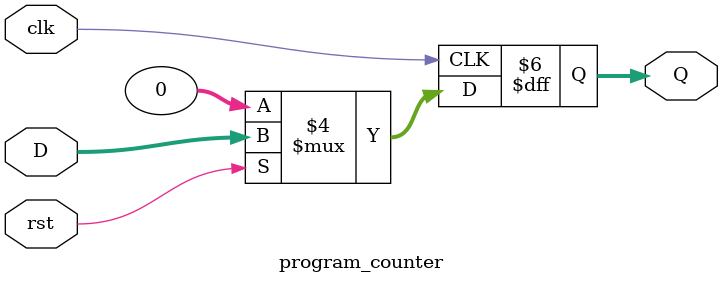
<source format=v>
module program_counter(D,clk,rst,Q);
	input [31:0] D; // Data input 
	input clk; // clock input 
	input rst;
	output reg [31:0] Q; // output Q 
	always @(posedge clk)
	begin
		if (!rst) 
			Q<=32'b0;
		else
			Q<=D;
	end  
endmodule 

</source>
